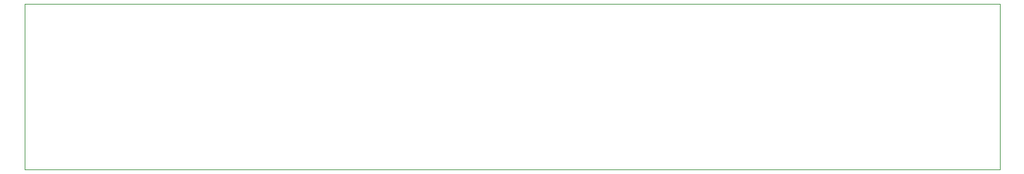
<source format=gbr>
G04 #@! TF.GenerationSoftware,KiCad,Pcbnew,5.1.2-f72e74a~84~ubuntu18.04.1*
G04 #@! TF.CreationDate,2019-09-24T12:52:55+02:00*
G04 #@! TF.ProjectId,matched_lna,6d617463-6865-4645-9f6c-6e612e6b6963,rev?*
G04 #@! TF.SameCoordinates,Original*
G04 #@! TF.FileFunction,Profile,NP*
%FSLAX46Y46*%
G04 Gerber Fmt 4.6, Leading zero omitted, Abs format (unit mm)*
G04 Created by KiCad (PCBNEW 5.1.2-f72e74a~84~ubuntu18.04.1) date 2019-09-24 12:52:55*
%MOMM*%
%LPD*%
G04 APERTURE LIST*
%ADD10C,0.050000*%
G04 APERTURE END LIST*
D10*
X195580000Y-123190000D02*
X162560000Y-123190000D01*
X195580000Y-122555000D02*
X195580000Y-123190000D01*
X195580000Y-101600000D02*
X195580000Y-122555000D01*
X162560000Y-101600000D02*
X195580000Y-101600000D01*
X68580000Y-123190000D02*
X106680000Y-123190000D01*
X68580000Y-101600000D02*
X68580000Y-123190000D01*
X106680000Y-101600000D02*
X68580000Y-101600000D01*
X162560000Y-123190000D02*
X106680000Y-123190000D01*
X106680000Y-101600000D02*
X162560000Y-101600000D01*
M02*

</source>
